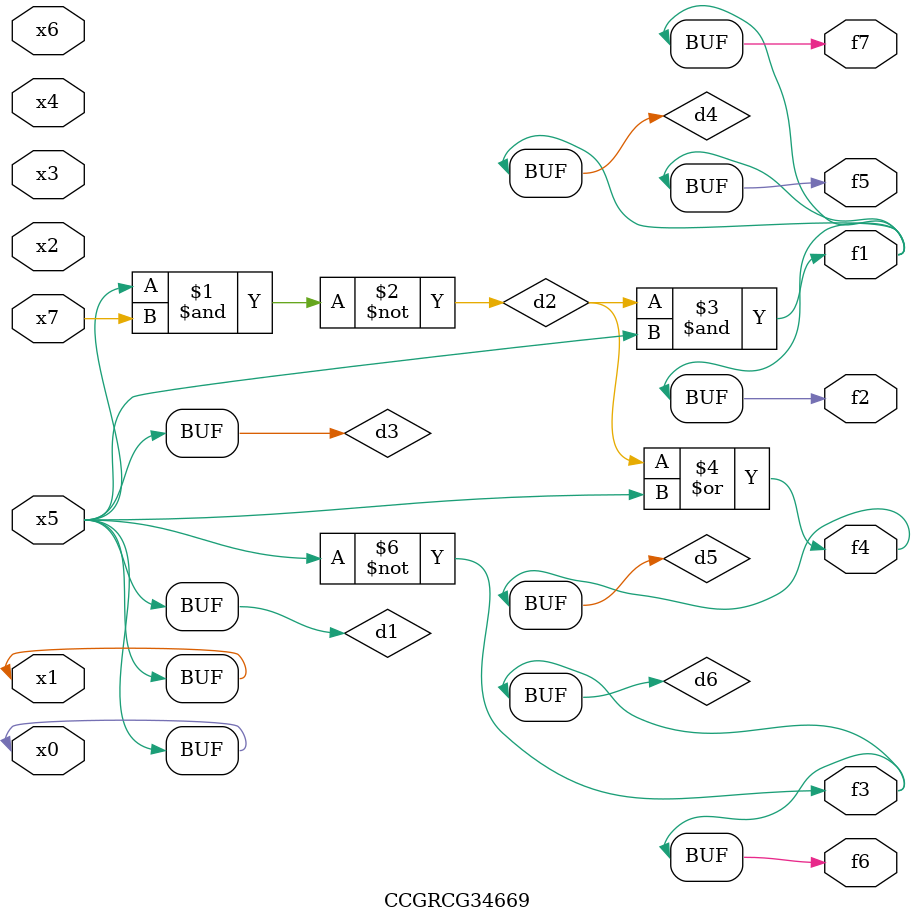
<source format=v>
module CCGRCG34669(
	input x0, x1, x2, x3, x4, x5, x6, x7,
	output f1, f2, f3, f4, f5, f6, f7
);

	wire d1, d2, d3, d4, d5, d6;

	buf (d1, x0, x5);
	nand (d2, x5, x7);
	buf (d3, x0, x1);
	and (d4, d2, d3);
	or (d5, d2, d3);
	nor (d6, d1, d3);
	assign f1 = d4;
	assign f2 = d4;
	assign f3 = d6;
	assign f4 = d5;
	assign f5 = d4;
	assign f6 = d6;
	assign f7 = d4;
endmodule

</source>
